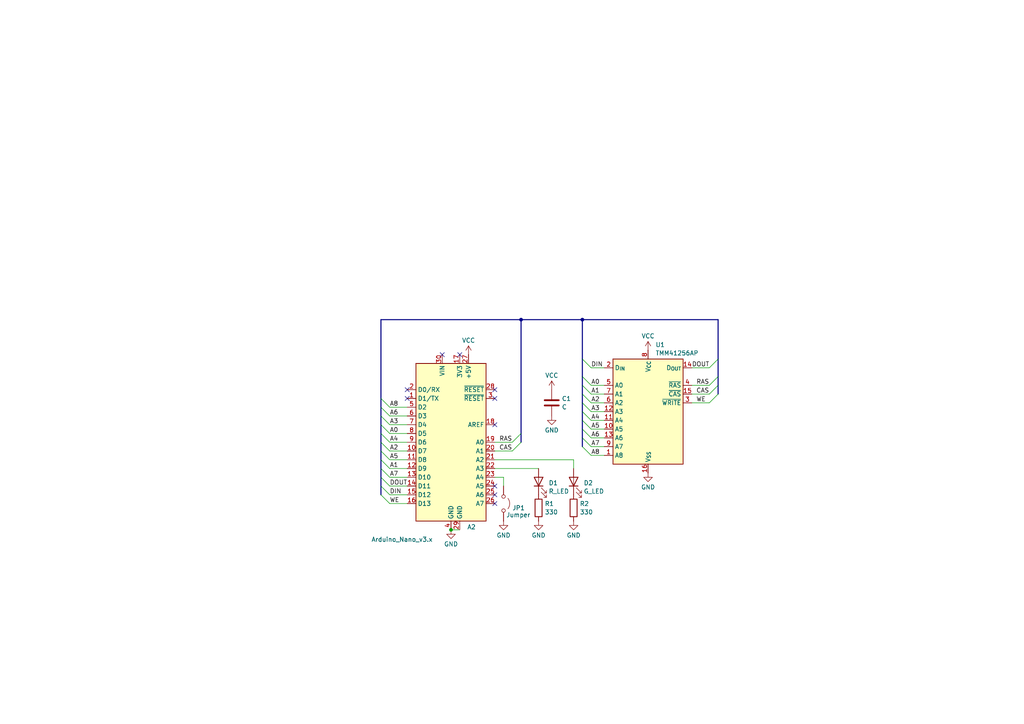
<source format=kicad_sch>
(kicad_sch (version 20250114) (generator "eeschema") (generator_version "9.0")
  (paper "A4")
  (title_block (title "DRAM Tester") (date "2026-01-06") (rev "0.1") (company "Necroware"))
  (lib_symbols
    (symbol "Device:C" (pin_numbers (hide yes)) (pin_names (offset 0.254))
      (property "Reference" "C" (at 0.635 2.54 0))
      (property "Value" "C" (at 0.635 -2.54 0))
      (symbol "C_0_1"
        (polyline (pts (xy -2.032 0.762) (xy 2.032 0.762)) (stroke (width 0.508)))
        (polyline (pts (xy -2.032 -0.762) (xy 2.032 -0.762)) (stroke (width 0.508)))
      )
      (symbol "C_1_1"
        (pin passive line (at 0 3.81 270) (length 2.794) (name "~") (number "1"))
        (pin passive line (at 0 -3.81 90) (length 2.794) (name "~") (number "2"))
      )
    )
    (symbol "Device:LED" (pin_numbers (hide yes)) (pin_names (offset 1.016) (hide yes))
      (property "Reference" "D" (at 0 2.54 0))
      (property "Value" "LED" (at 0 -2.54 0))
      (symbol "LED_0_1"
        (polyline (pts (xy -3.048 -0.762) (xy -4.572 -2.286) (xy -3.81 -2.286) (xy -4.572 -2.286) (xy -4.572 -1.524)))
        (polyline (pts (xy -1.778 -0.762) (xy -3.302 -2.286) (xy -2.54 -2.286) (xy -3.302 -2.286) (xy -3.302 -1.524)))
        (polyline (pts (xy -1.27 0) (xy 1.27 0)))
        (polyline (pts (xy -1.27 -1.27) (xy -1.27 1.27)) (stroke (width 0.254)))
        (polyline (pts (xy 1.27 -1.27) (xy 1.27 1.27) (xy -1.27 0) (xy 1.27 -1.27)) (stroke (width 0.254)))
      )
      (symbol "LED_1_1"
        (pin passive line (at -3.81 0 0) (length 2.54) (name "K") (number "1"))
        (pin passive line (at 3.81 0 180) (length 2.54) (name "A") (number "2"))
      )
    )
    (symbol "Device:R" (pin_numbers (hide yes)) (pin_names (offset 0))
      (property "Reference" "R" (at 2.032 0 90))
      (property "Value" "R" (at 0 0 90))
      (symbol "R_0_1"
        (rectangle (start -1.016 -2.54) (end 1.016 2.54) (stroke (width 0.254)))
      )
      (symbol "R_1_1"
        (pin passive line (at 0 3.81 270) (length 1.27) (name "~") (number "1"))
        (pin passive line (at 0 -3.81 90) (length 1.27) (name "~") (number "2"))
      )
    )
    (symbol "Jumper:Jumper_2_Open" (pin_numbers (hide yes)) (pin_names (offset 0) (hide yes))
      (property "Reference" "JP" (at 0 2.794 0))
      (property "Value" "Jumper_2_Open" (at 0 -2.286 0))
      (symbol "Jumper_2_Open_0_0"
        (circle (center -2.032 0) (radius 0.508))
        (circle (center 2.032 0) (radius 0.508))
      )
      (symbol "Jumper_2_Open_0_1"
        (arc (start -1.524 1.27) (mid 0 1.778) (end 1.524 1.27))
      )
      (symbol "Jumper_2_Open_1_1"
        (pin passive line (at -5.08 0 0) (length 2.54) (name "A") (number "1"))
        (pin passive line (at 5.08 0 180) (length 2.54) (name "B") (number "2"))
      )
    )
    (symbol "MCU_Module:Arduino_Nano_v3.x"
      (property "Reference" "A" (at -10.16 23.495 0))
      (property "Value" "Arduino_Nano_v3.x" (at 5.08 -24.13 0))
      (symbol "Arduino_Nano_v3.x_0_1"
        (rectangle (start -10.16 22.86) (end 10.16 -22.86) (stroke (width 0.254)) (fill (type background)))
      )
      (symbol "Arduino_Nano_v3.x_1_1"
        (pin bidirectional line (at -12.7 15.24 0) (length 2.54) (name "D0/RX") (number "2"))
        (pin bidirectional line (at -12.7 12.7 0) (length 2.54) (name "D1/TX") (number "1"))
        (pin bidirectional line (at -12.7 10.16 0) (length 2.54) (name "D2") (number "5"))
        (pin bidirectional line (at -12.7 7.62 0) (length 2.54) (name "D3") (number "6"))
        (pin bidirectional line (at -12.7 5.08 0) (length 2.54) (name "D4") (number "7"))
        (pin bidirectional line (at -12.7 2.54 0) (length 2.54) (name "D5") (number "8"))
        (pin bidirectional line (at -12.7 0 0) (length 2.54) (name "D6") (number "9"))
        (pin bidirectional line (at -12.7 -2.54 0) (length 2.54) (name "D7") (number "10"))
        (pin bidirectional line (at -12.7 -5.08 0) (length 2.54) (name "D8") (number "11"))
        (pin bidirectional line (at -12.7 -7.62 0) (length 2.54) (name "D9") (number "12"))
        (pin bidirectional line (at -12.7 -10.16 0) (length 2.54) (name "D10") (number "13"))
        (pin bidirectional line (at -12.7 -12.7 0) (length 2.54) (name "D11") (number "14"))
        (pin bidirectional line (at -12.7 -15.24 0) (length 2.54) (name "D12") (number "15"))
        (pin bidirectional line (at -12.7 -17.78 0) (length 2.54) (name "D13") (number "16"))
        (pin power_in line (at -2.54 25.4 270) (length 2.54) (name "VIN") (number "30"))
        (pin power_in line (at 0 -25.4 90) (length 2.54) (name "GND") (number "4"))
        (pin power_out line (at 2.54 25.4 270) (length 2.54) (name "3V3") (number "17"))
        (pin power_in line (at 2.54 -25.4 90) (length 2.54) (name "GND") (number "29"))
        (pin power_out line (at 5.08 25.4 270) (length 2.54) (name "+5V") (number "27"))
        (pin input line (at 12.7 15.24 180) (length 2.54) (name "~{RESET}") (number "28"))
        (pin input line (at 12.7 12.7 180) (length 2.54) (name "~{RESET}") (number "3"))
        (pin input line (at 12.7 5.08 180) (length 2.54) (name "AREF") (number "18"))
        (pin bidirectional line (at 12.7 0 180) (length 2.54) (name "A0") (number "19"))
        (pin bidirectional line (at 12.7 -2.54 180) (length 2.54) (name "A1") (number "20"))
        (pin bidirectional line (at 12.7 -5.08 180) (length 2.54) (name "A2") (number "21"))
        (pin bidirectional line (at 12.7 -7.62 180) (length 2.54) (name "A3") (number "22"))
        (pin bidirectional line (at 12.7 -10.16 180) (length 2.54) (name "A4") (number "23"))
        (pin bidirectional line (at 12.7 -12.7 180) (length 2.54) (name "A5") (number "24"))
        (pin bidirectional line (at 12.7 -15.24 180) (length 2.54) (name "A6") (number "25"))
        (pin bidirectional line (at 12.7 -17.78 180) (length 2.54) (name "A7") (number "26"))
      )
    )
    (symbol "Memory_RAM:TMM41256AP"
      (property "Reference" "U" (at -10.16 16.256 0))
      (property "Value" "TMM41256AP" (at 2.54 16.256 0))
      (symbol "TMM41256AP_0_1"
        (rectangle (start -10.16 15.24) (end 10.16 -15.24) (stroke (width 0.254)) (fill (type background)))
      )
      (symbol "TMM41256AP_1_0"
        (pin input line (at -12.7 -10.16 0) (length 2.54) (name "A7") (number "9"))
        (pin input line (at -12.7 -12.7 0) (length 2.54) (name "A8") (number "1"))
        (pin power_in line (at 0 17.78 270) (length 2.54) (name "V_{CC}") (number "8"))
        (pin power_in line (at 0 -17.78 90) (length 2.54) (name "V_{SS}") (number "16"))
      )
      (symbol "TMM41256AP_1_1"
        (pin input line (at -12.7 12.7 0) (length 2.54) (name "D_{IN}") (number "2"))
        (pin input line (at -12.7 7.62 0) (length 2.54) (name "A0") (number "5"))
        (pin input line (at -12.7 5.08 0) (length 2.54) (name "A1") (number "7"))
        (pin input line (at -12.7 2.54 0) (length 2.54) (name "A2") (number "6"))
        (pin input line (at -12.7 0 0) (length 2.54) (name "A3") (number "12"))
        (pin input line (at -12.7 -2.54 0) (length 2.54) (name "A4") (number "11"))
        (pin input line (at -12.7 -5.08 0) (length 2.54) (name "A5") (number "10"))
        (pin input line (at -12.7 -7.62 0) (length 2.54) (name "A6") (number "13"))
        (pin tri_state line (at 12.7 12.7 180) (length 2.54) (name "D_{OUT}") (number "14"))
        (pin input line (at 12.7 7.62 180) (length 2.54) (name "~{RAS}") (number "4"))
        (pin input line (at 12.7 5.08 180) (length 2.54) (name "~{CAS}") (number "15"))
        (pin input line (at 12.7 2.54 180) (length 2.54) (name "~{WRITE}") (number "3"))
      )
    )
    (symbol "power:GND" (power) (pin_numbers (hide yes)) (pin_names (offset 0) (hide yes))
      (property "Value" "GND" (at 0 -3.81 0))
      (symbol "GND_0_1"
        (polyline (pts (xy 0 0) (xy 0 -1.27) (xy 1.27 -1.27) (xy 0 -2.54) (xy -1.27 -1.27) (xy 0 -1.27)))
      )
      (symbol "GND_1_1"
        (pin power_in line (at 0 0 270) (length 0) (name "~") (number "1"))
      )
    )
    (symbol "power:VCC" (power) (pin_numbers (hide yes)) (pin_names (offset 0) (hide yes))
      (property "Value" "VCC" (at 0 3.556 0))
      (symbol "VCC_0_1"
        (polyline (pts (xy -0.762 1.27) (xy 0 2.54)))
        (polyline (pts (xy 0 2.54) (xy 0.762 1.27)))
        (polyline (pts (xy 0 0) (xy 0 2.54)))
      )
      (symbol "VCC_1_1"
        (pin power_in line (at 0 0 90) (length 0) (name "~") (number "1"))
      )
    )
  )
  (junction (at 130.81 153.67))
  (junction (at 151.13 92.71))
  (junction (at 168.91 92.71))
  (no_connect (at 143.51 113.03))
  (no_connect (at 118.11 113.03))
  (no_connect (at 143.51 146.05))
  (no_connect (at 143.51 143.51))
  (no_connect (at 128.27 102.87))
  (no_connect (at 118.11 115.57))
  (no_connect (at 133.35 102.87))
  (no_connect (at 143.51 115.57))
  (no_connect (at 143.51 140.97))
  (no_connect (at 143.51 123.19))
  (bus_entry (at 168.91 121.92) (size 2.54 2.54))
  (bus_entry (at 110.49 115.57) (size 2.54 2.54))
  (bus_entry (at 208.28 111.76) (size -2.54 2.54))
  (bus_entry (at 110.49 140.97) (size 2.54 2.54))
  (bus_entry (at 110.49 120.65) (size 2.54 2.54))
  (bus_entry (at 168.91 119.38) (size 2.54 2.54))
  (bus_entry (at 110.49 125.73) (size 2.54 2.54))
  (bus_entry (at 168.91 114.3) (size 2.54 2.54))
  (bus_entry (at 110.49 133.35) (size 2.54 2.54))
  (bus_entry (at 168.91 129.54) (size 2.54 2.54))
  (bus_entry (at 205.74 106.68) (size 2.54 -2.54))
  (bus_entry (at 110.49 138.43) (size 2.54 2.54))
  (bus_entry (at 168.91 124.46) (size 2.54 2.54))
  (bus_entry (at 110.49 130.81) (size 2.54 2.54))
  (bus_entry (at 208.28 114.3) (size -2.54 2.54))
  (bus_entry (at 110.49 135.89) (size 2.54 2.54))
  (bus_entry (at 168.91 111.76) (size 2.54 2.54))
  (bus_entry (at 148.59 128.27) (size 2.54 -2.54))
  (bus_entry (at 208.28 109.22) (size -2.54 2.54))
  (bus_entry (at 168.91 116.84) (size 2.54 2.54))
  (bus_entry (at 168.91 104.14) (size 2.54 2.54))
  (bus_entry (at 110.49 123.19) (size 2.54 2.54))
  (bus_entry (at 168.91 127) (size 2.54 2.54))
  (bus_entry (at 110.49 143.51) (size 2.54 2.54))
  (bus_entry (at 148.59 130.81) (size 2.54 -2.54))
  (bus_entry (at 110.49 128.27) (size 2.54 2.54))
  (bus_entry (at 168.91 109.22) (size 2.54 2.54))
  (bus_entry (at 110.49 118.11) (size 2.54 2.54))
  (wire (pts (xy 200.66 114.3) (xy 205.74 114.3)))
  (wire (pts (xy 113.03 133.35) (xy 118.11 133.35)))
  (bus (pts (xy 168.91 109.22) (xy 168.91 111.76)))
  (wire (pts (xy 143.51 130.81) (xy 148.59 130.81)))
  (bus (pts (xy 110.49 115.57) (xy 110.49 92.71)))
  (bus (pts (xy 168.91 111.76) (xy 168.91 114.3)))
  (bus (pts (xy 168.91 92.71) (xy 208.28 92.71)))
  (wire (pts (xy 113.03 138.43) (xy 118.11 138.43)))
  (bus (pts (xy 168.91 124.46) (xy 168.91 127)))
  (bus (pts (xy 151.13 92.71) (xy 168.91 92.71)))
  (bus (pts (xy 110.49 140.97) (xy 110.49 143.51)))
  (wire (pts (xy 143.51 128.27) (xy 148.59 128.27)))
  (wire (pts (xy 171.45 132.08) (xy 175.26 132.08)))
  (bus (pts (xy 110.49 130.81) (xy 110.49 128.27)))
  (bus (pts (xy 110.49 135.89) (xy 110.49 138.43)))
  (bus (pts (xy 168.91 119.38) (xy 168.91 121.92)))
  (wire (pts (xy 130.81 153.67) (xy 133.35 153.67)))
  (bus (pts (xy 168.91 104.14) (xy 168.91 109.22)))
  (bus (pts (xy 168.91 114.3) (xy 168.91 116.84)))
  (wire (pts (xy 143.51 133.35) (xy 166.37 133.35)))
  (wire (pts (xy 113.03 130.81) (xy 118.11 130.81)))
  (wire (pts (xy 200.66 106.68) (xy 205.74 106.68)))
  (bus (pts (xy 110.49 133.35) (xy 110.49 130.81)))
  (bus (pts (xy 151.13 92.71) (xy 151.13 125.73)))
  (bus (pts (xy 168.91 92.71) (xy 168.91 104.14)))
  (wire (pts (xy 171.45 121.92) (xy 175.26 121.92)))
  (bus (pts (xy 110.49 123.19) (xy 110.49 120.65)))
  (bus (pts (xy 168.91 121.92) (xy 168.91 124.46)))
  (bus (pts (xy 168.91 127) (xy 168.91 129.54)))
  (wire (pts (xy 143.51 138.43) (xy 146.05 138.43)))
  (wire (pts (xy 171.45 116.84) (xy 175.26 116.84)))
  (bus (pts (xy 110.49 125.73) (xy 110.49 123.19)))
  (wire (pts (xy 171.45 124.46) (xy 175.26 124.46)))
  (wire (pts (xy 113.03 120.65) (xy 118.11 120.65)))
  (bus (pts (xy 110.49 120.65) (xy 110.49 118.11)))
  (wire (pts (xy 171.45 106.68) (xy 175.26 106.68)))
  (wire (pts (xy 171.45 119.38) (xy 175.26 119.38)))
  (bus (pts (xy 110.49 92.71) (xy 151.13 92.71)))
  (bus (pts (xy 208.28 92.71) (xy 208.28 104.14)))
  (bus (pts (xy 110.49 118.11) (xy 110.49 115.57)))
  (wire (pts (xy 171.45 114.3) (xy 175.26 114.3)))
  (wire (pts (xy 113.03 143.51) (xy 118.11 143.51)))
  (bus (pts (xy 208.28 104.14) (xy 208.28 109.22)))
  (bus (pts (xy 110.49 138.43) (xy 110.49 140.97)))
  (bus (pts (xy 208.28 109.22) (xy 208.28 111.76)))
  (wire (pts (xy 113.03 135.89) (xy 118.11 135.89)))
  (wire (pts (xy 143.51 135.89) (xy 156.21 135.89)))
  (bus (pts (xy 168.91 116.84) (xy 168.91 119.38)))
  (wire (pts (xy 113.03 146.05) (xy 118.11 146.05)))
  (wire (pts (xy 113.03 123.19) (xy 118.11 123.19)))
  (wire (pts (xy 166.37 133.35) (xy 166.37 135.89)))
  (wire (pts (xy 113.03 128.27) (xy 118.11 128.27)))
  (wire (pts (xy 146.05 138.43) (xy 146.05 140.97)))
  (bus (pts (xy 208.28 111.76) (xy 208.28 114.3)))
  (bus (pts (xy 110.49 128.27) (xy 110.49 125.73)))
  (wire (pts (xy 171.45 129.54) (xy 175.26 129.54)))
  (wire (pts (xy 171.45 127) (xy 175.26 127)))
  (bus (pts (xy 151.13 125.73) (xy 151.13 128.27)))
  (wire (pts (xy 200.66 116.84) (xy 205.74 116.84)))
  (bus (pts (xy 110.49 135.89) (xy 110.49 133.35)))
  (wire (pts (xy 113.03 140.97) (xy 118.11 140.97)))
  (wire (pts (xy 200.66 111.76) (xy 205.74 111.76)))
  (wire (pts (xy 171.45 111.76) (xy 175.26 111.76)))
  (wire (pts (xy 113.03 118.11) (xy 118.11 118.11)))
  (wire (pts (xy 113.03 125.73) (xy 118.11 125.73)))
  (label "A3" (at 113.03 123.19 0))
  (label "DIN" (at 171.45 106.68 0))
  (label "A7" (at 113.03 138.43 0))
  (label "A8" (at 113.03 118.11 0))
  (label "DOUT" (at 113.03 140.97 0))
  (label "A0" (at 113.03 125.73 0))
  (label "CAS" (at 201.93 114.3 0))
  (label "WE" (at 201.93 116.84 0))
  (label "DOUT" (at 200.66 106.68 0))
  (label "A3" (at 171.45 119.38 0))
  (label "A2" (at 171.45 116.84 0))
  (label "A8" (at 171.45 132.08 0))
  (label "A2" (at 113.03 130.81 0))
  (label "A6" (at 113.03 120.65 0))
  (label "WE" (at 113.03 146.05 0))
  (label "A5" (at 171.45 124.46 0))
  (label "A7" (at 171.45 129.54 0))
  (label "A0" (at 171.45 111.76 0))
  (label "DIN" (at 113.03 143.51 0))
  (label "A1" (at 113.03 135.89 0))
  (label "CAS" (at 144.78 130.81 0))
  (label "A5" (at 113.03 133.35 0))
  (label "RAS" (at 144.78 128.27 0))
  (label "A1" (at 171.45 114.3 0))
  (label "RAS" (at 201.93 111.76 0))
  (label "A4" (at 171.45 121.92 0))
  (label "A4" (at 113.03 128.27 0))
  (label "A6" (at 171.45 127 0))
  (symbol (lib_id "MCU_Module:Arduino_Nano_v3.x") (at 130.81 128.27 0) (unit 1)
    (property "Reference" "A2" (at 135.4933 152.8501 0) (effects (justify left)))
    (property "Value" "Arduino_Nano_v3.x" (at 107.696 156.464 0) (effects (justify left)))
    (property "Footprint" "Module:Arduino_Nano" (effects (hide yes)))
    (property "Datasheet" "http://www.mouser.com/pdfdocs/Gravitech_Arduino_Nano3_0.pdf" (effects (hide yes)))
    (property "Description" "Arduino Nano v3.x" (effects (hide yes)))
  )
  (symbol (lib_id "power:VCC") (at 135.89 102.87 0) (unit 1)
    (property "Reference" "#PWR06" (effects (hide yes)))
    (property "Value" "VCC" (at 135.89 98.7369 0))
    (property "Description" "Power symbol creates a global label with name \"VCC\"" (effects (hide yes)))
  )
  (symbol (lib_id "Device:R") (at 166.37 147.32 0) (unit 1)
    (property "Reference" "R2" (at 168.148 146.1078 0) (effects (justify left)))
    (property "Value" "330" (at 168.148 148.5321 0) (effects (justify left)))
    (property "Footprint" "Resistor_THT:R_Axial_DIN0207_L6.3mm_D2.5mm_P10.16mm_Horizontal" (effects (hide yes)))
    (property "Description" "Resistor" (effects (hide yes)))
  )
  (symbol (lib_id "power:GND") (at 166.37 151.13 0) (unit 1)
    (property "Reference" "#PWR02" (effects (hide yes)))
    (property "Value" "GND" (at 166.37 155.2631 0))
    (property "Description" "Power symbol creates a global label with name \"GND\" , ground" (effects (hide yes)))
  )
  (symbol (lib_id "power:VCC") (at 187.96 101.6 0) (unit 1)
    (property "Reference" "#PWR05" (effects (hide yes)))
    (property "Value" "VCC" (at 187.96 97.4669 0))
    (property "Description" "Power symbol creates a global label with name \"VCC\"" (effects (hide yes)))
  )
  (symbol (lib_id "power:GND") (at 160.02 120.65 0) (unit 1)
    (property "Reference" "#PWR08" (effects (hide yes)))
    (property "Value" "GND" (at 160.02 124.7831 0))
    (property "Description" "Power symbol creates a global label with name \"GND\" , ground" (effects (hide yes)))
  )
  (symbol (lib_id "power:GND") (at 187.96 137.16 0) (unit 1)
    (property "Reference" "#PWR04" (effects (hide yes)))
    (property "Value" "GND" (at 187.96 141.2931 0))
    (property "Description" "Power symbol creates a global label with name \"GND\" , ground" (effects (hide yes)))
  )
  (symbol (lib_id "power:GND") (at 156.21 151.13 0) (unit 1)
    (property "Reference" "#PWR01" (effects (hide yes)))
    (property "Value" "GND" (at 156.21 155.2631 0))
    (property "Description" "Power symbol creates a global label with name \"GND\" , ground" (effects (hide yes)))
  )
  (symbol (lib_id "Device:LED") (at 166.37 139.7 90) (unit 1)
    (property "Reference" "D2" (at 169.291 140.0753 90) (effects (justify right)))
    (property "Value" "G_LED" (at 169.291 142.4996 90) (effects (justify right)))
    (property "Footprint" "LED_THT:LED_D3.0mm" (effects (hide yes)))
    (property "Description" "Light emitting diode" (effects (hide yes)))
    (property "Sim.Pins" "1=K 2=A" (effects (hide yes)))
  )
  (symbol (lib_id "Device:C") (at 160.02 116.84 0) (unit 1)
    (property "Reference" "C1" (at 162.941 115.6278 0) (effects (justify left)))
    (property "Value" "C" (at 162.941 118.0521 0) (effects (justify left)))
    (property "Footprint" "Capacitor_THT:C_Disc_D3.4mm_W2.1mm_P2.50mm" (effects (hide yes)))
    (property "Description" "Unpolarized capacitor" (effects (hide yes)))
  )
  (symbol (lib_id "power:GND") (at 130.81 153.67 0) (unit 1)
    (property "Reference" "#PWR03" (effects (hide yes)))
    (property "Value" "GND" (at 130.81 157.8031 0))
    (property "Description" "Power symbol creates a global label with name \"GND\" , ground" (effects (hide yes)))
  )
  (symbol (lib_id "Device:LED") (at 156.21 139.7 90) (unit 1)
    (property "Reference" "D1" (at 159.131 140.0753 90) (effects (justify right)))
    (property "Value" "R_LED" (at 159.131 142.4996 90) (effects (justify right)))
    (property "Footprint" "LED_THT:LED_D3.0mm" (effects (hide yes)))
    (property "Description" "Light emitting diode" (effects (hide yes)))
    (property "Sim.Pins" "1=K 2=A" (effects (hide yes)))
  )
  (symbol (lib_id "power:GND") (at 146.05 151.13 0) (unit 1)
    (property "Reference" "#PWR09" (effects (hide yes)))
    (property "Value" "GND" (at 146.05 155.2631 0))
    (property "Description" "Power symbol creates a global label with name \"GND\" , ground" (effects (hide yes)))
  )
  (symbol (lib_id "power:VCC") (at 160.02 113.03 0) (unit 1)
    (property "Reference" "#PWR07" (effects (hide yes)))
    (property "Value" "VCC" (at 160.02 108.8969 0))
    (property "Description" "Power symbol creates a global label with name \"VCC\"" (effects (hide yes)))
  )
  (symbol (lib_id "Jumper:Jumper_2_Open") (at 146.05 146.05 270) (unit 1)
    (property "Reference" "JP1" (at 148.59 147.32 90) (effects (justify left)))
    (property "Value" "Jumper" (at 146.812 149.352 90) (effects (justify left)))
    (property "Footprint" "Connector_PinHeader_2.54mm:PinHeader_1x02_P2.54mm_Vertical" (effects (hide yes)))
    (property "Description" "Jumper, 2-pole, open" (effects (hide yes)))
  )
  (symbol (lib_id "Memory_RAM:TMM41256AP") (at 187.96 119.38 0) (unit 1)
    (property "Reference" "U1" (at 190.1033 99.9955 0) (effects (justify left)))
    (property "Value" "TMM41256AP" (at 190.1033 102.4198 0) (effects (justify left)))
    (property "Footprint" "Socket:DIP_Socket-16_W4.3mm_W5.08mm_W7.62mm_W10.16mm_W10.9mm_3M_216-3340-00-0602J" (effects (hide yes)))
    (property "Datasheet" "https://minuszerodegrees.net/memory/41256/datasheet_TMM41256A.pdf" (effects (hide yes)))
    (property "Description" "262144 x 1 bit Dynamic RAM, 100/120/150ns access time, single 5V ±10% power supply, TTL compatible inputs, DIP-16" (effects (hide yes)))
  )
  (symbol (lib_id "Device:R") (at 156.21 147.32 0) (unit 1)
    (property "Reference" "R1" (at 157.988 146.1078 0) (effects (justify left)))
    (property "Value" "330" (at 157.988 148.5321 0) (effects (justify left)))
    (property "Footprint" "Resistor_THT:R_Axial_DIN0207_L6.3mm_D2.5mm_P10.16mm_Horizontal" (effects (hide yes)))
    (property "Description" "Resistor" (effects (hide yes)))
  )
)
</source>
